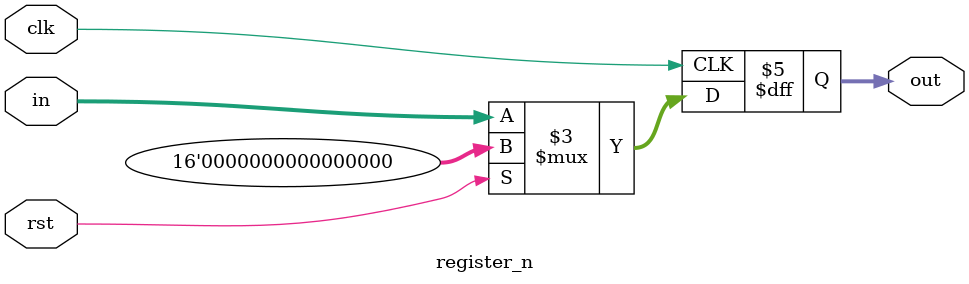
<source format=v>
`timescale 1ns / 1ps
module register_n(in, out, clk,rst);
 parameter SIZE=16;
 output [SIZE-1:0] out;
 input [SIZE-1:0] in;
 input clk,rst;
 reg [SIZE-1:0] out;
 always @(negedge clk)
 	begin
 	if (rst) out <= 0;
   else  out <= in;
 

 	end
endmodule

</source>
